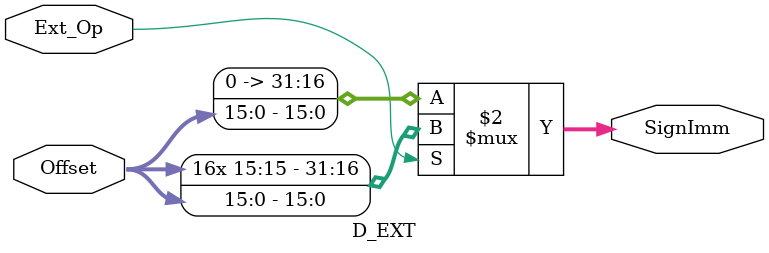
<source format=v>
`timescale 1ns / 1ps
module D_EXT(
    input [15:0] Offset,
    input Ext_Op,
    output [31:0] SignImm
    );

    assign SignImm = (Ext_Op == 0) ? {16'b0,Offset[15:0]} : {{16{Offset[15]}},Offset[15:0]};

endmodule

</source>
